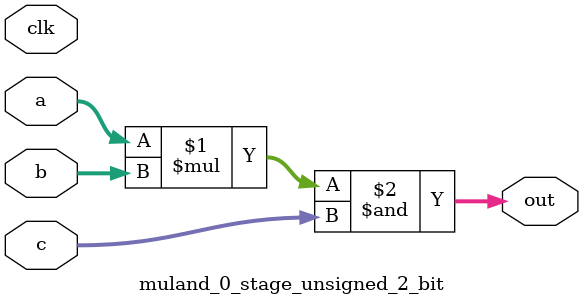
<source format=sv>
(* use_dsp = "yes" *) module muland_0_stage_unsigned_2_bit(
	input  [1:0] a,
	input  [1:0] b,
	input  [1:0] c,
	output [1:0] out,
	input clk);

	assign out = (a * b) & c;
endmodule

</source>
